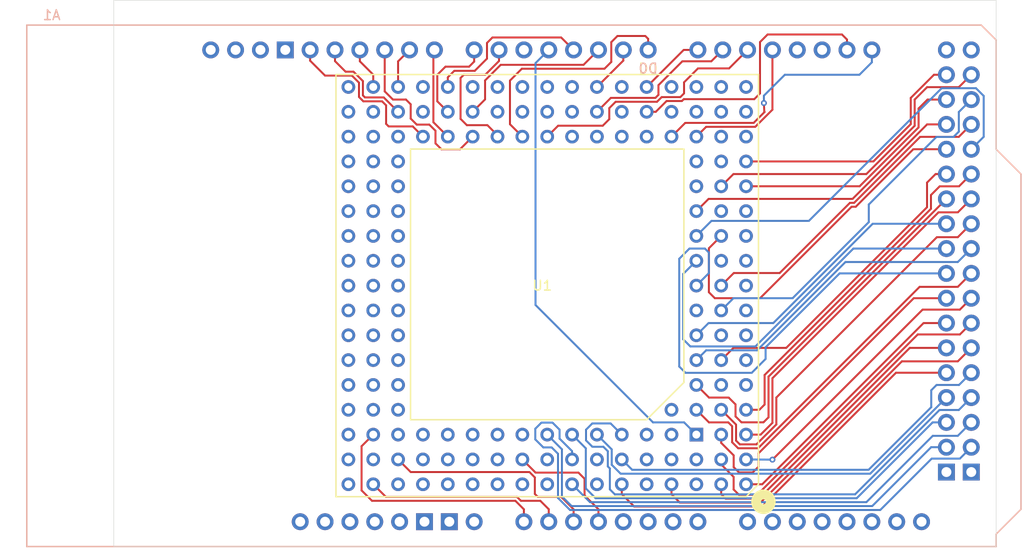
<source format=kicad_pcb>
(kicad_pcb (version 20240108) (generator "pcbnew") (generator_version "8.0")
  (layers (0 "F.Cu" signal) (1 "In1.Cu" power) (2 "In2.Cu" power) (31 "B.Cu" signal) (34 "B.Paste" user) (35 "F.Paste" user) (36 "B.SilkS" user "B.Silkscreen") (37 "F.SilkS" user "F.Silkscreen") (38 "B.Mask" user) (39 "F.Mask" user) (44 "Edge.Cuts" user))
  (net 0 "")
  (net 46 "/D17")
  (net 47 "/D26")
  (net 48 "/D12")
  (net 49 "/D15")
  (net 50 "/D24")
  (net 51 "/D7")
  (net 52 "/D23")
  (net 53 "/D16")
  (net 54 "/D29")
  (net 55 "/D3")
  (net 56 "/D31")
  (net 57 "/D20")
  (net 58 "/D28")
  (net 59 "/D25")
  (net 60 "/D10")
  (net 61 "/D4")
  (net 62 "/D14")
  (net 63 "/D22")
  (net 64 "/D8")
  (net 65 "/D1")
  (net 66 "/D11")
  (net 67 "/D2")
  (net 68 "/D27")
  (net 69 "/D30")
  (net 70 "/D13")
  (net 71 "/D21")
  (net 72 "/D0")
  (net 73 "/D6")
  (net 74 "/D18")
  (net 75 "/D9")
  (net 76 "/D19")
  (net 77 "/D5")
  (net 108 "/A5")
  (net 109 "/A8")
  (net 110 "/A19")
  (net 111 "/A15")
  (net 112 "/A14")
  (net 113 "/A17")
  (net 114 "/A11")
  (net 115 "/A18")
  (net 116 "/A6")
  (net 117 "/A10")
  (net 118 "/A2")
  (net 119 "/A12")
  (net 120 "/A20")
  (net 121 "/A21")
  (net 122 "/A7")
  (net 123 "/A9")
  (net 124 "/A4")
  (net 125 "/A16")
  (net 126 "/A23")
  (net 127 "/A22")
  (net 128 "/A13")
  (net 129 "/A3")
  (net 130 "RESET")
  (net 131 "~{BS16}")
  (net 132 "~{SMI}")
  (net 133 "INTR")
  (net 134 "~{A20M}")
  (net 135 "~{BS8}")
  (net 136 "NMI")
  (net 137 "~{SMIACT}")
  (net 138 "CLK")
  (net 139 "W{slash}~{R}")
  (net 140 "D{slash}~{C}")
  (net 141 "~{LOCK}")
  (net 142 "M{slash}~{IO}")
  (net 143 "~{ADS}")
  (net 144 "~{READY}")
  (net 145 "GND")
  (net 146 "+5V")
  (net 147 "~{BE2}")
  (net 148 "~{BE1}")
  (net 149 "~{BE0}")
  (net 150 "~{BE3}")
  (footprint "custom-giga:Arduino_Giga_R1_WiFi_Shield_Custom" (layer "F.Cu") (at 104.14 120.65)
    (property "Reference" "A1")
    (property "Value" "Arduino_Giga_R1_WiFi_Shield")
  )
  (footprint "custom-pga:PGA169_custom" (layer "F.Cu") (at 157.324712 94.213625 180)
    (property "Reference" "U1")
    (property "Value" "80486")
  )
  (gr_rect (start 113.03 64.77) (end 203.2 120.65) (stroke (width 0.05)) (fill none) (layer "Edge.Cuts"))
  (segment (start 176.840022 110.598125) (end 176.222682 109.980785) (width 0.2) (layer "F.Cu") (net 46))
  (segment (start 175.829401 107.95) (end 173.855087 107.95) (width 0.2) (layer "F.Cu") (net 46))
  (segment (start 173.855087 107.95) (end 172.564712 106.659625) (width 0.2) (layer "F.Cu") (net 46))
  (segment (start 178.867332 110.598125) (end 176.840022 110.598125) (width 0.2) (layer "F.Cu") (net 46))
  (segment (start 176.222682 109.980785) (end 176.222682 108.343281) (width 0.2) (layer "F.Cu") (net 46))
  (segment (start 176.222682 108.343281) (end 175.829401 107.95) (width 0.2) (layer "F.Cu") (net 46))
  (segment (start 199.2836 94.0864) (end 195.379057 94.0864) (width 0.2) (layer "F.Cu") (net 46))
  (segment (start 195.379057 94.0864) (end 178.867332 110.598125) (width 0.2) (layer "F.Cu") (net 46))
  (segment (start 200.66 92.71) (end 199.2836 94.0864) (width 0.2) (layer "F.Cu") (net 46))
  (segment (start 164.827264 113.198137) (end 163.915883 112.286756) (width 0.2) (layer "B.Cu") (net 47))
  (segment (start 163.915883 110.710796) (end 162.404712 109.199625) (width 0.2) (layer "B.Cu") (net 47))
  (segment (start 190.331863 113.198137) (end 164.827264 113.198137) (width 0.2) (layer "B.Cu") (net 47))
  (segment (start 198.12 105.41) (end 190.331863 113.198137) (width 0.2) (layer "B.Cu") (net 47))
  (segment (start 163.915883 112.286756) (end 163.915883 110.710796) (width 0.2) (layer "B.Cu") (net 47))
  (segment (start 173.814337 97.79) (end 172.564712 99.039625) (width 0.2) (layer "B.Cu") (net 48))
  (segment (start 180.426492 97.79) (end 173.814337 97.79) (width 0.2) (layer "B.Cu") (net 48))
  (segment (start 190.586492 87.63) (end 180.426492 97.79) (width 0.2) (layer "B.Cu") (net 48))
  (segment (start 198.12 87.63) (end 190.586492 87.63) (width 0.2) (layer "B.Cu") (net 48))
  (segment (start 187.801464 91.5464) (end 178.766656 100.581208) (width 0.2) (layer "B.Cu") (net 49))
  (segment (start 178.766656 100.581208) (end 173.563129 100.581208) (width 0.2) (layer "B.Cu") (net 49))
  (segment (start 199.2836 91.5464) (end 187.801464 91.5464) (width 0.2) (layer "B.Cu") (net 49))
  (segment (start 173.563129 100.581208) (end 172.564712 101.579625) (width 0.2) (layer "B.Cu") (net 49))
  (segment (start 200.66 90.17) (end 199.2836 91.5464) (width 0.2) (layer "B.Cu") (net 49))
  (segment (start 198.12 102.87) (end 192.970077 102.87) (width 0.2) (layer "F.Cu") (net 50))
  (segment (start 164.944712 115.288034) (end 164.944712 114.279625) (width 0.2) (layer "F.Cu") (net 50))
  (segment (start 179.283354 116.556722) (end 166.2134 116.556722) (width 0.2) (layer "F.Cu") (net 50))
  (segment (start 192.970077 102.87) (end 180.270076 115.57) (width 0.2) (layer "F.Cu") (net 50))
  (segment (start 180.270076 115.57) (end 179.283354 116.556722) (width 0.2) (layer "F.Cu") (net 50))
  (segment (start 166.2134 116.556722) (end 164.944712 115.288034) (width 0.2) (layer "F.Cu") (net 50))
  (segment (start 201.141979 73.7664) (end 201.93 74.554421) (width 0.2) (layer "B.Cu") (net 51))
  (segment (start 172.564712 88.879625) (end 174.106212 87.338125) (width 0.2) (layer "B.Cu") (net 51))
  (segment (start 174.106212 87.338125) (end 184.066296 87.338125) (width 0.2) (layer "B.Cu") (net 51))
  (segment (start 201.93 78.74) (end 200.66 80.01) (width 0.2) (layer "B.Cu") (net 51))
  (segment (start 184.066296 87.338125) (end 197.638021 73.7664) (width 0.2) (layer "B.Cu") (net 51))
  (segment (start 197.638021 73.7664) (end 201.141979 73.7664) (width 0.2) (layer "B.Cu") (net 51))
  (segment (start 201.93 74.554421) (end 201.93 78.74) (width 0.2) (layer "B.Cu") (net 51))
  (segment (start 179.117668 116.156722) (end 170.880517 116.156722) (width 0.2) (layer "F.Cu") (net 52))
  (segment (start 170.880517 116.156722) (end 170.024712 115.300917) (width 0.2) (layer "F.Cu") (net 52))
  (segment (start 200.66 100.33) (end 199.2836 101.7064) (width 0.2) (layer "F.Cu") (net 52))
  (segment (start 199.2836 101.7064) (end 193.56799 101.7064) (width 0.2) (layer "F.Cu") (net 52))
  (segment (start 170.024712 115.300917) (end 170.024712 114.279625) (width 0.2) (layer "F.Cu") (net 52))
  (segment (start 193.56799 101.7064) (end 179.117668 116.156722) (width 0.2) (layer "F.Cu") (net 52))
  (segment (start 187.20355 92.71) (end 179.641499 100.272051) (width 0.2) (layer "B.Cu") (net 53))
  (segment (start 173.844373 92.679964) (end 172.564712 93.959625) (width 0.2) (layer "B.Cu") (net 53))
  (segment (start 171.460757 102.880757) (end 170.816985 102.236985) (width 0.2) (layer "B.Cu") (net 53))
  (segment (start 171.859244 90.17) (end 173.436405 90.17) (width 0.2) (layer "B.Cu") (net 53))
  (segment (start 173.436405 90.17) (end 173.844373 90.577968) (width 0.2) (layer "B.Cu") (net 53))
  (segment (start 198.12 92.71) (end 187.20355 92.71) (width 0.2) (layer "B.Cu") (net 53))
  (segment (start 178.224424 102.880757) (end 171.460757 102.880757) (width 0.2) (layer "B.Cu") (net 53))
  (segment (start 170.816985 102.236985) (end 170.816985 91.212259) (width 0.2) (layer "B.Cu") (net 53))
  (segment (start 170.816985 91.212259) (end 171.859244 90.17) (width 0.2) (layer "B.Cu") (net 53))
  (segment (start 179.641499 101.463682) (end 178.224424 102.880757) (width 0.2) (layer "B.Cu") (net 53))
  (segment (start 173.844373 90.577968) (end 173.844373 92.679964) (width 0.2) (layer "B.Cu") (net 53))
  (segment (start 179.641499 100.272051) (end 179.641499 101.463682) (width 0.2) (layer "B.Cu") (net 53))
  (segment (start 196.725363 109.3264) (end 189.941538 116.110225) (width 0.2) (layer "B.Cu") (net 54))
  (segment (start 161.695312 116.110225) (end 159.864712 114.279625) (width 0.2) (layer "B.Cu") (net 54))
  (segment (start 189.941538 116.110225) (end 161.695312 116.110225) (width 0.2) (layer "B.Cu") (net 54))
  (segment (start 199.2836 109.3264) (end 196.725363 109.3264) (width 0.2) (layer "B.Cu") (net 54))
  (segment (start 200.66 107.95) (end 199.2836 109.3264) (width 0.2) (layer "B.Cu") (net 54))
  (segment (start 199.387495 76.202505) (end 199.387495 78.206449) (width 0.2) (layer "B.Cu") (net 55))
  (segment (start 197.097272 78.750377) (end 190.186492 85.661157) (width 0.2) (layer "B.Cu") (net 55))
  (segment (start 198.843567 78.750377) (end 197.097272 78.750377) (width 0.2) (layer "B.Cu") (net 55))
  (segment (start 182.400806 95.25) (end 176.354337 95.25) (width 0.2) (layer "B.Cu") (net 55))
  (segment (start 200.66 74.93) (end 199.387495 76.202505) (width 0.2) (layer "B.Cu") (net 55))
  (segment (start 190.186492 87.464315) (end 182.400806 95.25) (width 0.2) (layer "B.Cu") (net 55))
  (segment (start 176.354337 95.25) (end 175.104712 96.499625) (width 0.2) (layer "B.Cu") (net 55))
  (segment (start 199.387495 78.206449) (end 198.843567 78.750377) (width 0.2) (layer "B.Cu") (net 55))
  (segment (start 190.186492 85.661157) (end 190.186492 87.464315) (width 0.2) (layer "B.Cu") (net 55))
  (segment (start 191.359613 116.910225) (end 159.652936 116.910225) (width 0.2) (layer "B.Cu") (net 56))
  (segment (start 158.58694 108.695992) (end 158.58694 109.612081) (width 0.2) (layer "B.Cu") (net 56))
  (segment (start 199.4964 111.6536) (end 196.616238 111.6536) (width 0.2) (layer "B.Cu") (net 56))
  (segment (start 196.616238 111.6536) (end 191.359613 116.910225) (width 0.2) (layer "B.Cu") (net 56))
  (segment (start 156.105866 108.600566) (end 156.735677 107.970755) (width 0.2) (layer "B.Cu") (net 56))
  (segment (start 159.864712 110.889853) (end 159.864712 111.739625) (width 0.2) (layer "B.Cu") (net 56))
  (segment (start 158.42634 111.16044) (end 157.776655 110.510755) (width 0.2) (layer "B.Cu") (net 56))
  (segment (start 158.58694 109.612081) (end 159.864712 110.889853) (width 0.2) (layer "B.Cu") (net 56))
  (segment (start 158.42634 115.683629) (end 158.42634 111.16044) (width 0.2) (layer "B.Cu") (net 56))
  (segment (start 157.776655 110.510755) (end 156.927365 110.510755) (width 0.2) (layer "B.Cu") (net 56))
  (segment (start 156.105866 109.689256) (end 156.105866 108.600566) (width 0.2) (layer "B.Cu") (net 56))
  (segment (start 200.66 110.49) (end 199.4964 111.6536) (width 0.2) (layer "B.Cu") (net 56))
  (segment (start 159.652936 116.910225) (end 158.42634 115.683629) (width 0.2) (layer "B.Cu") (net 56))
  (segment (start 156.735677 107.970755) (end 157.861703 107.970755) (width 0.2) (layer "B.Cu") (net 56))
  (segment (start 156.927365 110.510755) (end 156.105866 109.689256) (width 0.2) (layer "B.Cu") (net 56))
  (segment (start 157.861703 107.970755) (end 158.58694 108.695992) (width 0.2) (layer "B.Cu") (net 56))
  (segment (start 195.787332 97.79) (end 179.297707 114.279625) (width 0.2) (layer "F.Cu") (net 57))
  (segment (start 179.297707 114.279625) (end 177.644712 114.279625) (width 0.2) (layer "F.Cu") (net 57))
  (segment (start 198.12 97.79) (end 195.787332 97.79) (width 0.2) (layer "F.Cu") (net 57))
  (segment (start 161.267813 110.602726) (end 159.864712 109.199625) (width 0.2) (layer "B.Cu") (net 58))
  (segment (start 161.267813 114.704725) (end 161.267813 110.602726) (width 0.2) (layer "B.Cu") (net 58))
  (segment (start 198.12 107.95) (end 196.711372 107.95) (width 0.2) (layer "B.Cu") (net 58))
  (segment (start 196.711372 107.95) (end 188.951147 115.710225) (width 0.2) (layer "B.Cu") (net 58))
  (segment (start 188.951147 115.710225) (end 162.273313 115.710225) (width 0.2) (layer "B.Cu") (net 58))
  (segment (start 162.273313 115.710225) (end 161.267813 114.704725) (width 0.2) (layer "B.Cu") (net 58))
  (segment (start 200.66 102.87) (end 199.408778 104.121222) (width 0.2) (layer "B.Cu") (net 59))
  (segment (start 190.166177 112.798137) (end 166.003224 112.798137) (width 0.2) (layer "B.Cu") (net 59))
  (segment (start 196.57159 106.392724) (end 190.166177 112.798137) (width 0.2) (layer "B.Cu") (net 59))
  (segment (start 196.57159 104.664682) (end 196.57159 106.392724) (width 0.2) (layer "B.Cu") (net 59))
  (segment (start 199.408778 104.121222) (end 197.11505 104.121222) (width 0.2) (layer "B.Cu") (net 59))
  (segment (start 197.11505 104.121222) (end 196.57159 104.664682) (width 0.2) (layer "B.Cu") (net 59))
  (segment (start 166.003224 112.798137) (end 164.944712 111.739625) (width 0.2) (layer "B.Cu") (net 59))
  (segment (start 176.567555 107.337207) (end 176.567555 106.111262) (width 0.2) (layer "F.Cu") (net 60))
  (segment (start 198.12 85.09) (end 179.94 103.27) (width 0.2) (layer "F.Cu") (net 60))
  (segment (start 179.94 103.27) (end 179.94 107.430792) (width 0.2) (layer "F.Cu") (net 60))
  (segment (start 179.94 107.430792) (end 179.426932 107.94386) (width 0.2) (layer "F.Cu") (net 60))
  (segment (start 176.567555 106.111262) (end 175.866293 105.41) (width 0.2) (layer "F.Cu") (net 60))
  (segment (start 175.866293 105.41) (end 173.855087 105.41) (width 0.2) (layer "F.Cu") (net 60))
  (segment (start 177.174208 107.94386) (end 176.567555 107.337207) (width 0.2) (layer "F.Cu") (net 60))
  (segment (start 173.855087 105.41) (end 172.564712 104.119625) (width 0.2) (layer "F.Cu") (net 60))
  (segment (start 179.426932 107.94386) (end 177.174208 107.94386) (width 0.2) (layer "F.Cu") (net 60))
  (segment (start 188.525686 85.09) (end 173.814337 85.09) (width 0.2) (layer "F.Cu") (net 61))
  (segment (start 198.12 77.47) (end 196.145686 77.47) (width 0.2) (layer "F.Cu") (net 61))
  (segment (start 196.145686 77.47) (end 188.525686 85.09) (width 0.2) (layer "F.Cu") (net 61))
  (segment (start 173.814337 85.09) (end 172.564712 86.339625) (width 0.2) (layer "F.Cu") (net 61))
  (segment (start 178.60097 100.181208) (end 171.94998 100.181208) (width 0.2) (layer "B.Cu") (net 62))
  (segment (start 188.612178 90.17) (end 178.60097 100.181208) (width 0.2) (layer "B.Cu") (net 62))
  (segment (start 171.216985 92.767352) (end 172.564712 91.419625) (width 0.2) (layer "B.Cu") (net 62))
  (segment (start 198.12 90.17) (end 188.612178 90.17) (width 0.2) (layer "B.Cu") (net 62))
  (segment (start 171.216985 99.448213) (end 171.216985 92.767352) (width 0.2) (layer "B.Cu") (net 62))
  (segment (start 171.94998 100.181208) (end 171.216985 99.448213) (width 0.2) (layer "B.Cu") (net 62))
  (segment (start 175.569106 115.756722) (end 175.104712 115.292328) (width 0.2) (layer "F.Cu") (net 63))
  (segment (start 198.12 100.33) (end 194.378704 100.33) (width 0.2) (layer "F.Cu") (net 63))
  (segment (start 194.378704 100.33) (end 178.951982 115.756722) (width 0.2) (layer "F.Cu") (net 63))
  (segment (start 178.951982 115.756722) (end 175.569106 115.756722) (width 0.2) (layer "F.Cu") (net 63))
  (segment (start 175.104712 115.292328) (end 175.104712 114.279625) (width 0.2) (layer "F.Cu") (net 63))
  (segment (start 181.748628 100.33) (end 176.354337 100.33) (width 0.2) (layer "F.Cu") (net 64))
  (segment (start 196.140534 85.938094) (end 181.748628 100.33) (width 0.2) (layer "F.Cu") (net 64))
  (segment (start 198.12 82.55) (end 197.01394 82.55) (width 0.2) (layer "F.Cu") (net 64))
  (segment (start 197.01394 82.55) (end 196.140534 83.423406) (width 0.2) (layer "F.Cu") (net 64))
  (segment (start 196.140534 83.423406) (end 196.140534 85.938094) (width 0.2) (layer "F.Cu") (net 64))
  (segment (start 176.354337 100.33) (end 175.104712 101.579625) (width 0.2) (layer "F.Cu") (net 64))
  (segment (start 194.875686 74.93) (end 196.145686 73.66) (width 0.2) (layer "F.Cu") (net 65))
  (segment (start 199.39 73.66) (end 200.66 72.39) (width 0.2) (layer "F.Cu") (net 65))
  (segment (start 194.875686 77.608628) (end 194.875686 74.93) (width 0.2) (layer "F.Cu") (net 65))
  (segment (start 189.934314 82.55) (end 194.875686 77.608628) (width 0.2) (layer "F.Cu") (net 65))
  (segment (start 176.354337 82.55) (end 189.934314 82.55) (width 0.2) (layer "F.Cu") (net 65))
  (segment (start 196.145686 73.66) (end 199.39 73.66) (width 0.2) (layer "F.Cu") (net 65))
  (segment (start 175.104712 83.799625) (end 176.354337 82.55) (width 0.2) (layer "F.Cu") (net 65))
  (segment (start 200.66 85.09) (end 199.2836 86.4664) (width 0.2) (layer "F.Cu") (net 66))
  (segment (start 180.34 103.435686) (end 180.34 107.994085) (width 0.2) (layer "F.Cu") (net 66))
  (segment (start 197.309286 86.4664) (end 180.34 103.435686) (width 0.2) (layer "F.Cu") (net 66))
  (segment (start 179.13446 109.199625) (end 177.644712 109.199625) (width 0.2) (layer "F.Cu") (net 66))
  (segment (start 180.34 107.994085) (end 179.13446 109.199625) (width 0.2) (layer "F.Cu") (net 66))
  (segment (start 199.2836 86.4664) (end 197.309286 86.4664) (width 0.2) (layer "F.Cu") (net 66))
  (segment (start 195.275686 77.774314) (end 195.275686 75.840966) (width 0.2) (layer "F.Cu") (net 67))
  (segment (start 195.275686 75.840966) (end 196.186652 74.93) (width 0.2) (layer "F.Cu") (net 67))
  (segment (start 177.644712 83.799625) (end 189.250375 83.799625) (width 0.2) (layer "F.Cu") (net 67))
  (segment (start 196.186652 74.93) (end 198.12 74.93) (width 0.2) (layer "F.Cu") (net 67))
  (segment (start 189.250375 83.799625) (end 195.275686 77.774314) (width 0.2) (layer "F.Cu") (net 67))
  (segment (start 161.29 109.792556) (end 161.29 108.698496) (width 0.2) (layer "B.Cu") (net 68))
  (segment (start 188.785461 115.310225) (end 164.234027 115.310225) (width 0.2) (layer "B.Cu") (net 68))
  (segment (start 163.515883 110.895703) (end 163.063302 110.443122) (width 0.2) (layer "B.Cu") (net 68))
  (segment (start 163.725031 112.66159) (end 163.515883 112.452442) (width 0.2) (layer "B.Cu") (net 68))
  (segment (start 197.415686 106.68) (end 188.785461 115.310225) (width 0.2) (layer "B.Cu") (net 68))
  (segment (start 163.725031 114.801229) (end 163.725031 112.66159) (width 0.2) (layer "B.Cu") (net 68))
  (segment (start 163.063302 110.443122) (end 161.940566 110.443122) (width 0.2) (layer "B.Cu") (net 68))
  (segment (start 200.66 105.41) (end 199.39 106.68) (width 0.2) (layer "B.Cu") (net 68))
  (segment (start 164.234027 115.310225) (end 163.725031 114.801229) (width 0.2) (layer "B.Cu") (net 68))
  (segment (start 161.29 108.698496) (end 161.931023 108.057473) (width 0.2) (layer "B.Cu") (net 68))
  (segment (start 163.80256 108.057473) (end 164.944712 109.199625) (width 0.2) (layer "B.Cu") (net 68))
  (segment (start 163.515883 112.452442) (end 163.515883 110.895703) (width 0.2) (layer "B.Cu") (net 68))
  (segment (start 161.940566 110.443122) (end 161.29 109.792556) (width 0.2) (layer "B.Cu") (net 68))
  (segment (start 199.39 106.68) (end 197.415686 106.68) (width 0.2) (layer "B.Cu") (net 68))
  (segment (start 161.931023 108.057473) (end 163.80256 108.057473) (width 0.2) (layer "B.Cu") (net 68))
  (segment (start 158.82634 110.701253) (end 157.324712 109.199625) (width 0.2) (layer "B.Cu") (net 69))
  (segment (start 158.82634 115.517943) (end 158.82634 110.701253) (width 0.2) (layer "B.Cu") (net 69))
  (segment (start 159.818622 116.510225) (end 158.82634 115.517943) (width 0.2) (layer "B.Cu") (net 69))
  (segment (start 190.536828 116.510225) (end 159.818622 116.510225) (width 0.2) (layer "B.Cu") (net 69))
  (segment (start 198.12 110.49) (end 196.557053 110.49) (width 0.2) (layer "B.Cu") (net 69))
  (segment (start 196.557053 110.49) (end 190.536828 116.510225) (width 0.2) (layer "B.Cu") (net 69))
  (segment (start 200.66 87.63) (end 199.2836 89.0064) (width 0.2) (layer "F.Cu") (net 70))
  (segment (start 199.2836 89.0064) (end 197.1436 89.0064) (width 0.2) (layer "F.Cu") (net 70))
  (segment (start 176.622682 109.815099) (end 176.622682 108.177595) (width 0.2) (layer "F.Cu") (net 70))
  (segment (start 177.005708 110.198125) (end 176.622682 109.815099) (width 0.2) (layer "F.Cu") (net 70))
  (segment (start 180.74 105.41) (end 180.74 108.159771) (width 0.2) (layer "F.Cu") (net 70))
  (segment (start 180.74 108.159771) (end 178.701646 110.198125) (width 0.2) (layer "F.Cu") (net 70))
  (segment (start 197.1436 89.0064) (end 180.74 105.41) (width 0.2) (layer "F.Cu") (net 70))
  (segment (start 176.622682 108.177595) (end 175.104712 106.659625) (width 0.2) (layer "F.Cu") (net 70))
  (segment (start 178.701646 110.198125) (end 177.005708 110.198125) (width 0.2) (layer "F.Cu") (net 70))
  (segment (start 176.918979 115.356722) (end 176.375051 114.812794) (width 0.2) (layer "F.Cu") (net 71))
  (segment (start 200.66 97.79) (end 199.4964 98.9536) (width 0.2) (layer "F.Cu") (net 71))
  (segment (start 199.4964 98.9536) (end 195.189418 98.9536) (width 0.2) (layer "F.Cu") (net 71))
  (segment (start 176.375051 113.524544) (end 175.104712 112.254205) (width 0.2) (layer "F.Cu") (net 71))
  (segment (start 178.786296 115.356722) (end 176.918979 115.356722) (width 0.2) (layer "F.Cu") (net 71))
  (segment (start 195.189418 98.9536) (end 178.786296 115.356722) (width 0.2) (layer "F.Cu") (net 71))
  (segment (start 176.375051 114.812794) (end 176.375051 113.524544) (width 0.2) (layer "F.Cu") (net 71))
  (segment (start 175.104712 112.254205) (end 175.104712 111.739625) (width 0.2) (layer "F.Cu") (net 71))
  (segment (start 196.85 72.39) (end 198.12 72.39) (width 0.2) (layer "F.Cu") (net 72))
  (segment (start 194.475686 74.764314) (end 196.85 72.39) (width 0.2) (layer "F.Cu") (net 72))
  (segment (start 190.659003 81.259625) (end 194.475686 77.442942) (width 0.2) (layer "F.Cu") (net 72))
  (segment (start 177.644712 81.259625) (end 190.659003 81.259625) (width 0.2) (layer "F.Cu") (net 72))
  (segment (start 194.475686 77.442942) (end 194.475686 74.764314) (width 0.2) (layer "F.Cu") (net 72))
  (segment (start 174.456292 95.247875) (end 173.844373 94.635956) (width 0.2) (layer "F.Cu") (net 73))
  (segment (start 173.844373 94.635956) (end 173.844373 90.139964) (width 0.2) (layer "F.Cu") (net 73))
  (segment (start 188.857058 85.89) (end 188.43 85.89) (width 0.2) (layer "F.Cu") (net 73))
  (segment (start 198.12 80.01) (end 194.737058 80.01) (width 0.2) (layer "F.Cu") (net 73))
  (segment (start 188.43 85.89) (end 179.072125 95.247875) (width 0.2) (layer "F.Cu") (net 73))
  (segment (start 179.072125 95.247875) (end 174.456292 95.247875) (width 0.2) (layer "F.Cu") (net 73))
  (segment (start 194.737058 80.01) (end 188.857058 85.89) (width 0.2) (layer "F.Cu") (net 73))
  (segment (start 173.844373 90.139964) (end 175.104712 88.879625) (width 0.2) (layer "F.Cu") (net 73))
  (segment (start 178.325677 113.070436) (end 176.922916 113.070436) (width 0.2) (layer "F.Cu") (net 74))
  (segment (start 176.378988 112.526508) (end 176.378988 111.324142) (width 0.2) (layer "F.Cu") (net 74))
  (segment (start 198.12 95.25) (end 194.781143 95.25) (width 0.2) (layer "F.Cu") (net 74))
  (segment (start 194.781143 95.25) (end 178.912547 111.118596) (width 0.2) (layer "F.Cu") (net 74))
  (segment (start 178.912547 111.118596) (end 178.912547 112.483566) (width 0.2) (layer "F.Cu") (net 74))
  (segment (start 176.922916 113.070436) (end 176.378988 112.526508) (width 0.2) (layer "F.Cu") (net 74))
  (segment (start 178.912547 112.483566) (end 178.325677 113.070436) (width 0.2) (layer "F.Cu") (net 74))
  (segment (start 176.378988 111.324142) (end 175.104712 110.049866) (width 0.2) (layer "F.Cu") (net 74))
  (segment (start 175.104712 110.049866) (end 175.104712 109.199625) (width 0.2) (layer "F.Cu") (net 74))
  (segment (start 197.428686 83.807) (end 196.540534 84.695152) (width 0.2) (layer "F.Cu") (net 75))
  (segment (start 196.540534 84.695152) (end 196.540534 86.10378) (width 0.2) (layer "F.Cu") (net 75))
  (segment (start 200.66 82.55) (end 199.403 83.807) (width 0.2) (layer "F.Cu") (net 75))
  (segment (start 196.540534 86.10378) (end 179.54 103.104314) (width 0.2) (layer "F.Cu") (net 75))
  (segment (start 179.002543 106.659625) (end 177.644712 106.659625) (width 0.2) (layer "F.Cu") (net 75))
  (segment (start 179.54 106.122168) (end 179.002543 106.659625) (width 0.2) (layer "F.Cu") (net 75))
  (segment (start 179.54 103.104314) (end 179.54 106.122168) (width 0.2) (layer "F.Cu") (net 75))
  (segment (start 199.403 83.807) (end 197.428686 83.807) (width 0.2) (layer "F.Cu") (net 75))
  (segment (start 180.34 111.76) (end 195.6864 96.4136) (width 0.2) (layer "F.Cu") (net 76))
  (segment (start 199.4964 96.4136) (end 200.66 95.25) (width 0.2) (layer "F.Cu") (net 76))
  (segment (start 195.6864 96.4136) (end 199.4964 96.4136) (width 0.2) (layer "F.Cu") (net 76))
  (via (at 180.34 111.76) (size 0.6) (drill 0.3) (layers "F.Cu" "B.Cu") (net 76))
  (segment (start 180.34 111.76) (end 177.644712 111.739625) (width 0.2) (layer "B.Cu") (net 76))
  (segment (start 176.392963 92.671374) (end 175.104712 93.959625) (width 0.2) (layer "F.Cu") (net 77))
  (segment (start 188.264314 85.49) (end 181.08294 92.671374) (width 0.2) (layer "F.Cu") (net 77))
  (segment (start 200.66 77.47) (end 199.39 78.74) (width 0.2) (layer "F.Cu") (net 77))
  (segment (start 188.691372 85.49) (end 188.264314 85.49) (width 0.2) (layer "F.Cu") (net 77))
  (segment (start 199.39 78.74) (end 195.441372 78.74) (width 0.2) (layer "F.Cu") (net 77))
  (segment (start 195.441372 78.74) (end 188.691372 85.49) (width 0.2) (layer "F.Cu") (net 77))
  (segment (start 181.08294 92.671374) (end 176.392963 92.671374) (width 0.2) (layer "F.Cu") (net 77))
  (segment (start 143.987027 77.490061) (end 143.37153 76.874564) (width 0.2) (layer "F.Cu") (net 108))
  (segment (start 143.37153 76.874564) (end 143.37153 75.414546) (width 0.2) (layer "F.Cu") (net 108))
  (segment (start 143.37153 75.414546) (end 142.884859 74.927875) (width 0.2) (layer "F.Cu") (net 108))
  (segment (start 142.884859 74.927875) (end 141.553667 74.927875) (width 0.2) (layer "F.Cu") (net 108))
  (segment (start 145.275278 77.490061) (end 143.987027 77.490061) (width 0.2) (layer "F.Cu") (net 108))
  (segment (start 140.716 74.090208) (end 140.716 69.85) (width 0.2) (layer "F.Cu") (net 108))
  (segment (start 146.506966 80.01) (end 145.905089 79.408123) (width 0.2) (layer "F.Cu") (net 108))
  (segment (start 148.414337 80.01) (end 146.506966 80.01) (width 0.2) (layer "F.Cu") (net 108))
  (segment (start 141.553667 74.927875) (end 140.716 74.090208) (width 0.2) (layer "F.Cu") (net 108))
  (segment (start 145.905089 79.408123) (end 145.905089 78.119872) (width 0.2) (layer "F.Cu") (net 108))
  (segment (start 149.704712 78.719625) (end 148.414337 80.01) (width 0.2) (layer "F.Cu") (net 108))
  (segment (start 145.905089 78.119872) (end 145.275278 77.490061) (width 0.2) (layer "F.Cu") (net 108))
  (segment (start 146.924576 71.56411) (end 149.340423 71.56411) (width 0.2) (layer "F.Cu") (net 109))
  (segment (start 146.09117 72.397516) (end 146.924576 71.56411) (width 0.2) (layer "F.Cu") (net 109))
  (segment (start 149.86 71.044533) (end 149.86 69.85) (width 0.2) (layer "F.Cu") (net 109))
  (segment (start 149.340423 71.56411) (end 149.86 71.044533) (width 0.2) (layer "F.Cu") (net 109))
  (segment (start 146.09117 75.106083) (end 146.09117 72.397516) (width 0.2) (layer "F.Cu") (net 109))
  (segment (start 147.164712 76.179625) (end 146.09117 75.106083) (width 0.2) (layer "F.Cu") (net 109))
  (segment (start 179.540783 76.196278) (end 179.509615 76.16511) (width 0.2) (layer "F.Cu") (net 110))
  (segment (start 170.024712 78.719625) (end 171.430107 77.31423) (width 0.2) (layer "F.Cu") (net 110))
  (segment (start 179.509615 76.16511) (end 179.467747 75.285879) (width 0.2) (layer "F.Cu") (net 110))
  (segment (start 178.422831 77.31423) (end 179.540783 76.196278) (width 0.2) (layer "F.Cu") (net 110))
  (segment (start 179.467747 75.285879) (end 179.509615 75.411483) (width 0.2) (layer "F.Cu") (net 110))
  (segment (start 171.430107 77.31423) (end 178.422831 77.31423) (width 0.2) (layer "F.Cu") (net 110))
  (via (at 179.467747 75.285879) (size 0.6) (drill 0.3) (layers "F.Cu" "B.Cu") (net 110))
  (segment (start 190.5 71.12) (end 190.5 69.85) (width 0.2) (layer "B.Cu") (net 110))
  (segment (start 181.61 72.39) (end 189.23 72.39) (width 0.2) (layer "B.Cu") (net 110))
  (segment (start 179.467747 74.532253) (end 181.61 72.39) (width 0.2) (layer "B.Cu") (net 110))
  (segment (start 179.467747 75.285879) (end 179.467747 74.532253) (width 0.2) (layer "B.Cu") (net 110))
  (segment (start 189.23 72.39) (end 190.5 71.12) (width 0.2) (layer "B.Cu") (net 110))
  (segment (start 171.136505 71.0136) (end 174.0964 71.0136) (width 0.2) (layer "F.Cu") (net 111))
  (segment (start 163.830482 74.753855) (end 168.380151 74.753855) (width 0.2) (layer "F.Cu") (net 111))
  (segment (start 168.380151 74.753855) (end 168.691909 74.442097) (width 0.2) (layer "F.Cu") (net 111))
  (segment (start 168.691909 73.458196) (end 171.136505 71.0136) (width 0.2) (layer "F.Cu") (net 111))
  (segment (start 174.0964 71.0136) (end 175.26 69.85) (width 0.2) (layer "F.Cu") (net 111))
  (segment (start 168.691909 74.442097) (end 168.691909 73.458196) (width 0.2) (layer "F.Cu") (net 111))
  (segment (start 162.404712 76.179625) (end 163.830482 74.753855) (width 0.2) (layer "F.Cu") (net 111))
  (segment (start 171.274337 69.85) (end 172.72 69.85) (width 0.2) (layer "F.Cu") (net 112))
  (segment (start 167.484712 73.639625) (end 171.274337 69.85) (width 0.2) (layer "F.Cu") (net 112))
  (segment (start 180.34 75.962747) (end 180.34 69.85) (width 0.2) (layer "F.Cu") (net 113))
  (segment (start 178.822831 77.479915) (end 178.832747 77.47) (width 0.2) (layer "F.Cu") (net 113))
  (segment (start 173.570107 77.71423) (end 178.588516 77.71423) (width 0.2) (layer "F.Cu") (net 113))
  (segment (start 172.564712 78.719625) (end 173.570107 77.71423) (width 0.2) (layer "F.Cu") (net 113))
  (segment (start 178.588516 77.71423) (end 178.822831 77.479915) (width 0.2) (layer "F.Cu") (net 113))
  (segment (start 178.832747 77.47) (end 180.34 75.962747) (width 0.2) (layer "F.Cu") (net 113))
  (segment (start 149.704712 76.179625) (end 150.974336 74.910001) (width 0.2) (layer "F.Cu") (net 114))
  (segment (start 161.035571 71.374429) (end 162.56 69.85) (width 0.2) (layer "F.Cu") (net 114))
  (segment (start 150.974336 72.972187) (end 152.572094 71.374429) (width 0.2) (layer "F.Cu") (net 114))
  (segment (start 152.572094 71.374429) (end 161.035571 71.374429) (width 0.2) (layer "F.Cu") (net 114))
  (segment (start 150.974336 74.910001) (end 150.974336 72.972187) (width 0.2) (layer "F.Cu") (net 114))
  (segment (start 171.28178 74.888131) (end 178.483846 74.888131) (width 0.2) (layer "F.Cu") (net 115))
  (segment (start 179.84456 68.272967) (end 187.443627 68.272967) (width 0.2) (layer "F.Cu") (net 115))
  (segment (start 187.96 68.78934) (end 187.96 69.85) (width 0.2) (layer "F.Cu") (net 115))
  (segment (start 169.521812 75.078791) (end 171.09112 75.078791) (width 0.2) (layer "F.Cu") (net 115))
  (segment (start 178.483846 74.888131) (end 179.07 74.301977) (width 0.2) (layer "F.Cu") (net 115))
  (segment (start 179.07 69.047527) (end 179.84456 68.272967) (width 0.2) (layer "F.Cu") (net 115))
  (segment (start 179.07 74.301977) (end 179.07 69.047527) (width 0.2) (layer "F.Cu") (net 115))
  (segment (start 171.09112 75.078791) (end 171.28178 74.888131) (width 0.2) (layer "F.Cu") (net 115))
  (segment (start 168.420978 76.179625) (end 169.521812 75.078791) (width 0.2) (layer "F.Cu") (net 115))
  (segment (start 167.484712 76.179625) (end 168.420978 76.179625) (width 0.2) (layer "F.Cu") (net 115))
  (segment (start 187.443627 68.272967) (end 187.96 68.78934) (width 0.2) (layer "F.Cu") (net 115))
  (segment (start 142.084712 73.639625) (end 142.084712 71.021288) (width 0.2) (layer "F.Cu") (net 116))
  (segment (start 142.084712 71.021288) (end 143.256 69.85) (width 0.2) (layer "F.Cu") (net 116))
  (segment (start 158.75 68.58) (end 160.02 69.85) (width 0.2) (layer "F.Cu") (net 117))
  (segment (start 149.920402 71.99) (end 151.169005 70.741397) (width 0.2) (layer "F.Cu") (net 117))
  (segment (start 151.169005 70.741397) (end 151.169005 69.138241) (width 0.2) (layer "F.Cu") (net 117))
  (segment (start 151.727246 68.58) (end 158.75 68.58) (width 0.2) (layer "F.Cu") (net 117))
  (segment (start 147.826509 71.99) (end 149.920402 71.99) (width 0.2) (layer "F.Cu") (net 117))
  (segment (start 147.164712 72.651797) (end 147.826509 71.99) (width 0.2) (layer "F.Cu") (net 117))
  (segment (start 151.169005 69.138241) (end 151.727246 68.58) (width 0.2) (layer "F.Cu") (net 117))
  (segment (start 147.164712 73.639625) (end 147.164712 72.651797) (width 0.2) (layer "F.Cu") (net 117))
  (segment (start 138.371305 74.94681) (end 138.087301 74.662807) (width 0.2) (layer "F.Cu") (net 118))
  (segment (start 140.859425 77.415845) (end 140.859425 75.520024) (width 0.2) (layer "F.Cu") (net 118))
  (segment (start 144.624712 78.719625) (end 143.583354 77.678267) (width 0.2) (layer "F.Cu") (net 118))
  (segment (start 140.859425 75.520024) (end 140.450756 75.111355) (width 0.2) (layer "F.Cu") (net 118))
  (segment (start 138.087301 73.20279) (end 137.362551 72.47804) (width 0.2) (layer "F.Cu") (net 118))
  (segment (start 143.583354 77.678267) (end 141.121847 77.678267) (width 0.2) (layer "F.Cu") (net 118))
  (segment (start 138.53585 75.111355) (end 138.371305 74.94681) (width 0.2) (layer "F.Cu") (net 118))
  (segment (start 138.087301 74.662807) (end 138.087301 73.20279) (width 0.2) (layer "F.Cu") (net 118))
  (segment (start 141.121847 77.678267) (end 140.859425 77.415845) (width 0.2) (layer "F.Cu") (net 118))
  (segment (start 140.450756 75.111355) (end 138.53585 75.111355) (width 0.2) (layer "F.Cu") (net 118))
  (segment (start 133.096 70.955271) (end 133.096 69.85) (width 0.2) (layer "F.Cu") (net 118))
  (segment (start 134.618769 72.47804) (end 133.096 70.955271) (width 0.2) (layer "F.Cu") (net 118))
  (segment (start 137.362551 72.47804) (end 134.618769 72.47804) (width 0.2) (layer "F.Cu") (net 118))
  (segment (start 162.404712 73.639625) (end 165.1 70.944337) (width 0.2) (layer "F.Cu") (net 119))
  (segment (start 165.1 70.944337) (end 165.1 69.85) (width 0.2) (layer "F.Cu") (net 119))
  (segment (start 147.164712 78.719625) (end 145.69117 77.246083) (width 0.2) (layer "F.Cu") (net 122))
  (segment (start 145.69117 77.246083) (end 145.69117 69.95483) (width 0.2) (layer "F.Cu") (net 122))
  (segment (start 145.69117 69.95483) (end 145.796 69.85) (width 0.2) (layer "F.Cu") (net 122))
  (segment (start 151.207317 77.547317) (end 149.111401 77.547317) (width 0.2) (layer "F.Cu") (net 123))
  (segment (start 149.111401 77.547317) (end 148.467276 76.903192) (width 0.2) (layer "F.Cu") (net 123))
  (segment (start 148.800811 72.39) (end 150.990837 72.39) (width 0.2) (layer "F.Cu") (net 123))
  (segment (start 148.467276 72.723535) (end 148.800811 72.39) (width 0.2) (layer "F.Cu") (net 123))
  (segment (start 148.467276 76.903192) (end 148.467276 72.723535) (width 0.2) (layer "F.Cu") (net 123))
  (segment (start 152.244712 78.719625) (end 152.379625 78.719625) (width 0.2) (layer "F.Cu") (net 123))
  (segment (start 152.379625 78.719625) (end 151.207317 77.547317) (width 0.2) (layer "F.Cu") (net 123))
  (segment (start 150.990837 72.39) (end 152.4 70.980837) (width 0.2) (layer "F.Cu") (net 123))
  (segment (start 152.4 70.980837) (end 152.4 69.85) (width 0.2) (layer "F.Cu") (net 123))
  (segment (start 139.544712 73.639625) (end 139.544712 72.384579) (width 0.2) (layer "F.Cu") (net 124))
  (segment (start 138.176 71.015867) (end 138.176 69.85) (width 0.2) (layer "F.Cu") (net 124))
  (segment (start 139.544712 72.384579) (end 138.176 71.015867) (width 0.2) (layer "F.Cu") (net 124))
  (segment (start 162.997843 77.603141) (end 163.667733 76.933251) (width 0.2) (layer "F.Cu") (net 125))
  (segment (start 175.908397 71.741603) (end 177.8 69.85) (width 0.2) (layer "F.Cu") (net 125))
  (segment (start 170.925435 74.678791) (end 171.308668 74.295558) (width 0.2) (layer "F.Cu") (net 125))
  (segment (start 171.308668 73.165118) (end 172.732183 71.741603) (width 0.2) (layer "F.Cu") (net 125))
  (segment (start 163.667733 75.802812) (end 164.31669 75.153855) (width 0.2) (layer "F.Cu") (net 125))
  (segment (start 171.308668 74.295558) (end 171.308668 73.165118) (width 0.2) (layer "F.Cu") (net 125))
  (segment (start 172.732183 71.741603) (end 175.908397 71.741603) (width 0.2) (layer "F.Cu") (net 125))
  (segment (start 168.545836 75.153855) (end 169.0209 74.678791) (width 0.2) (layer "F.Cu") (net 125))
  (segment (start 169.0209 74.678791) (end 170.925435 74.678791) (width 0.2) (layer "F.Cu") (net 125))
  (segment (start 164.31669 75.153855) (end 168.545836 75.153855) (width 0.2) (layer "F.Cu") (net 125))
  (segment (start 158.441196 77.603141) (end 162.997843 77.603141) (width 0.2) (layer "F.Cu") (net 125))
  (segment (start 163.667733 76.933251) (end 163.667733 75.802812) (width 0.2) (layer "F.Cu") (net 125))
  (segment (start 157.324712 78.719625) (end 158.441196 77.603141) (width 0.2) (layer "F.Cu") (net 125))
  (segment (start 167.346922 68.426483) (end 167.64 68.719561) (width 0.2) (layer "F.Cu") (net 128))
  (segment (start 163.871868 71.078132) (end 163.871868 69.054504) (width 0.2) (layer "F.Cu") (net 128))
  (segment (start 163.175571 71.774429) (end 163.871868 71.078132) (width 0.2) (layer "F.Cu") (net 128))
  (segment (start 163.871868 69.054504) (end 164.499889 68.426483) (width 0.2) (layer "F.Cu") (net 128))
  (segment (start 154.784712 78.719625) (end 153.516483 77.451396) (width 0.2) (layer "F.Cu") (net 128))
  (segment (start 153.516483 72.99011) (end 154.732164 71.774429) (width 0.2) (layer "F.Cu") (net 128))
  (segment (start 154.732164 71.774429) (end 163.175571 71.774429) (width 0.2) (layer "F.Cu") (net 128))
  (segment (start 167.64 68.719561) (end 167.64 69.85) (width 0.2) (layer "F.Cu") (net 128))
  (segment (start 153.516483 77.451396) (end 153.516483 72.99011) (width 0.2) (layer "F.Cu") (net 128))
  (segment (start 164.499889 68.426483) (end 167.346922 68.426483) (width 0.2) (layer "F.Cu") (net 128))
  (segment (start 138.701535 74.711355) (end 138.487301 74.497121) (width 0.2) (layer "F.Cu") (net 129))
  (segment (start 138.487301 74.497121) (end 138.487301 73.037104) (width 0.2) (layer "F.Cu") (net 129))
  (segment (start 136.718929 72.07804) (end 135.636 70.995111) (width 0.2) (layer "F.Cu") (net 129))
  (segment (start 142.084712 76.179625) (end 140.616442 74.711355) (width 0.2) (layer "F.Cu") (net 129))
  (segment (start 137.528237 72.07804) (end 136.718929 72.07804) (width 0.2) (layer "F.Cu") (net 129))
  (segment (start 140.616442 74.711355) (end 138.701535 74.711355) (width 0.2) (layer "F.Cu") (net 129))
  (segment (start 138.487301 73.037104) (end 137.528237 72.07804) (width 0.2) (layer "F.Cu") (net 129))
  (segment (start 135.636 70.995111) (end 135.636 69.85) (width 0.2) (layer "F.Cu") (net 129))
  (segment (start 138.352185 110.392152) (end 138.352185 114.906472) (width 0.2) (layer "F.Cu") (net 130))
  (segment (start 154.07 115.97) (end 154.94 116.84) (width 0.2) (layer "F.Cu") (net 130))
  (segment (start 139.544712 109.199625) (end 138.352185 110.392152) (width 0.2) (layer "F.Cu") (net 130))
  (segment (start 154.94 116.84) (end 154.94 118.11) (width 0.2) (layer "F.Cu") (net 130))
  (segment (start 139.415713 115.97) (end 154.07 115.97) (width 0.2) (layer "F.Cu") (net 130))
  (segment (start 138.352185 114.906472) (end 139.415713 115.97) (width 0.2) (layer "F.Cu") (net 130))
  (segment (start 156.1316 113.086513) (end 160.513987 113.086513) (width 0.2) (layer "F.Cu") (net 132))
  (segment (start 160.513987 113.086513) (end 161.139598 113.712124) (width 0.2) (layer "F.Cu") (net 132))
  (segment (start 162.56 116.838738) (end 162.56 118.11) (width 0.2) (layer "F.Cu") (net 132))
  (segment (start 154.784712 111.739625) (end 156.1316 113.086513) (width 0.2) (layer "F.Cu") (net 132))
  (segment (start 161.139598 113.712124) (end 161.139598 115.418336) (width 0.2) (layer "F.Cu") (net 132))
  (segment (start 161.139598 115.418336) (end 162.56 116.838738) (width 0.2) (layer "F.Cu") (net 132))
  (segment (start 154.235686 115.57) (end 154.635686 115.97) (width 0.2) (layer "F.Cu") (net 133))
  (segment (start 156.619118 115.97) (end 157.48 116.830882) (width 0.2) (layer "F.Cu") (net 133))
  (segment (start 139.544712 114.279625) (end 140.835087 115.57) (width 0.2) (layer "F.Cu") (net 133))
  (segment (start 140.835087 115.57) (end 154.235686 115.57) (width 0.2) (layer "F.Cu") (net 133))
  (segment (start 154.635686 115.97) (end 156.619118 115.97) (width 0.2) (layer "F.Cu") (net 133))
  (segment (start 157.48 116.830882) (end 157.48 118.11) (width 0.2) (layer "F.Cu") (net 133))
  (segment (start 143.375087 113.03) (end 155.509401 113.03) (width 0.2) (layer "F.Cu") (net 136))
  (segment (start 155.509401 113.03) (end 156.058877 113.579476) (width 0.2) (layer "F.Cu") (net 136))
  (segment (start 158.75 115.57) (end 160.02 116.84) (width 0.2) (layer "F.Cu") (net 136))
  (segment (start 142.084712 111.739625) (end 143.375087 113.03) (width 0.2) (layer "F.Cu") (net 136))
  (segment (start 156.362204 115.57) (end 158.75 115.57) (width 0.2) (layer "F.Cu") (net 136))
  (segment (start 156.058877 115.266673) (end 156.362204 115.57) (width 0.2) (layer "F.Cu") (net 136))
  (segment (start 160.02 116.84) (end 160.02 118.11) (width 0.2) (layer "F.Cu") (net 136))
  (segment (start 156.058877 113.579476) (end 156.058877 115.266673) (width 0.2) (layer "F.Cu") (net 136))
  (segment (start 157.48 69.85) (end 156.128707 71.201293) (width 0.2) (layer "B.Cu") (net 138))
  (segment (start 156.128707 71.201293) (end 156.128707 95.94221) (width 0.2) (layer "B.Cu") (net 138))
  (segment (start 156.128707 95.94221) (end 168.136497 107.95) (width 0.2) (layer "B.Cu") (net 138))
  (segment (start 168.136497 107.95) (end 171.315087 107.95) (width 0.2) (layer "B.Cu") (net 138))
  (segment (start 171.315087 107.95) (end 172.564712 109.199625) (width 0.2) (layer "B.Cu") (net 138))
)
</source>
